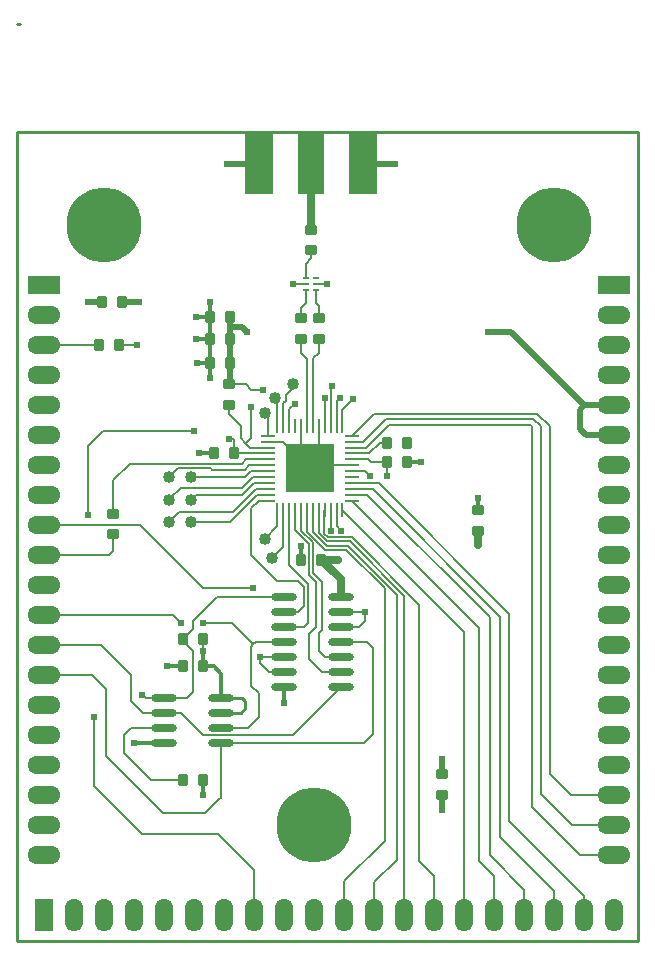
<source format=gtl>
G04 Layer_Physical_Order=1*
G04 Layer_Color=255*
%FSLAX25Y25*%
%MOIN*%
G70*
G01*
G75*
G04:AMPARAMS|DCode=10|XSize=39.37mil|YSize=35.43mil|CornerRadius=4.43mil|HoleSize=0mil|Usage=FLASHONLY|Rotation=270.000|XOffset=0mil|YOffset=0mil|HoleType=Round|Shape=RoundedRectangle|*
%AMROUNDEDRECTD10*
21,1,0.03937,0.02658,0,0,270.0*
21,1,0.03051,0.03543,0,0,270.0*
1,1,0.00886,-0.01329,-0.01526*
1,1,0.00886,-0.01329,0.01526*
1,1,0.00886,0.01329,0.01526*
1,1,0.00886,0.01329,-0.01526*
%
%ADD10ROUNDEDRECTD10*%
G04:AMPARAMS|DCode=11|XSize=39.37mil|YSize=35.43mil|CornerRadius=4.43mil|HoleSize=0mil|Usage=FLASHONLY|Rotation=0.000|XOffset=0mil|YOffset=0mil|HoleType=Round|Shape=RoundedRectangle|*
%AMROUNDEDRECTD11*
21,1,0.03937,0.02658,0,0,0.0*
21,1,0.03051,0.03543,0,0,0.0*
1,1,0.00886,0.01526,-0.01329*
1,1,0.00886,-0.01526,-0.01329*
1,1,0.00886,-0.01526,0.01329*
1,1,0.00886,0.01526,0.01329*
%
%ADD11ROUNDEDRECTD11*%
%ADD12R,0.16142X0.16142*%
%ADD13O,0.04724X0.00984*%
%ADD14O,0.00984X0.04724*%
%ADD15O,0.08661X0.02362*%
%ADD16R,0.09508X0.20000*%
%ADD17R,0.09016X0.20000*%
%ADD18R,0.02165X0.00984*%
%ADD19C,0.00800*%
%ADD20C,0.00600*%
%ADD21C,0.01200*%
%ADD22C,0.01000*%
%ADD23C,0.02500*%
%ADD24C,0.02000*%
%ADD25C,0.00700*%
%ADD26C,0.25000*%
%ADD27O,0.11000X0.06000*%
%ADD28R,0.11000X0.06000*%
%ADD29O,0.06000X0.11000*%
%ADD30R,0.06000X0.11000*%
%ADD31C,0.02400*%
%ADD32C,0.04000*%
%ADD33C,0.02362*%
D10*
X161346Y201000D02*
D03*
X154654D02*
D03*
X200847Y227500D02*
D03*
X194153D02*
D03*
X161346Y154000D02*
D03*
X154654D02*
D03*
X222654Y260000D02*
D03*
X229346D02*
D03*
X171846Y263000D02*
D03*
X165154D02*
D03*
X222654Y266500D02*
D03*
X229346D02*
D03*
X134346Y313500D02*
D03*
X127654D02*
D03*
X163654Y308500D02*
D03*
X170346D02*
D03*
X163654Y301000D02*
D03*
X170346D02*
D03*
X163654Y293000D02*
D03*
X170347D02*
D03*
X133346Y299000D02*
D03*
X126654D02*
D03*
X154654Y192000D02*
D03*
X161346D02*
D03*
D11*
X131500Y242693D02*
D03*
Y236000D02*
D03*
X253000Y237154D02*
D03*
Y243847D02*
D03*
X197500Y337346D02*
D03*
Y330654D02*
D03*
X200000Y307846D02*
D03*
Y301154D02*
D03*
X194000Y307846D02*
D03*
Y301154D02*
D03*
X241000Y149154D02*
D03*
Y155846D02*
D03*
X170000Y279154D02*
D03*
Y285846D02*
D03*
D12*
X197110Y257925D02*
D03*
D13*
X211185Y268752D02*
D03*
Y266783D02*
D03*
Y264815D02*
D03*
Y262846D02*
D03*
Y260878D02*
D03*
Y258910D02*
D03*
Y256941D02*
D03*
Y254972D02*
D03*
Y253004D02*
D03*
Y251035D02*
D03*
Y249067D02*
D03*
Y247098D02*
D03*
X183035D02*
D03*
Y249067D02*
D03*
Y251035D02*
D03*
Y253004D02*
D03*
Y254972D02*
D03*
Y256941D02*
D03*
Y258910D02*
D03*
Y260878D02*
D03*
Y262846D02*
D03*
Y264815D02*
D03*
Y266783D02*
D03*
Y268752D02*
D03*
D14*
X207937Y243850D02*
D03*
X205968D02*
D03*
X204000D02*
D03*
X202031D02*
D03*
X200063D02*
D03*
X198094D02*
D03*
X196126D02*
D03*
X194158D02*
D03*
X192189D02*
D03*
X190220D02*
D03*
X188252D02*
D03*
X186284D02*
D03*
Y272000D02*
D03*
X188252D02*
D03*
X190220D02*
D03*
X192189D02*
D03*
X194158D02*
D03*
X196126D02*
D03*
X198094D02*
D03*
X200063D02*
D03*
X202031D02*
D03*
X204000D02*
D03*
X205968D02*
D03*
X207937D02*
D03*
D15*
X188551Y215000D02*
D03*
Y210000D02*
D03*
Y205000D02*
D03*
Y200000D02*
D03*
Y195000D02*
D03*
Y190000D02*
D03*
Y185000D02*
D03*
X207449Y215000D02*
D03*
Y210000D02*
D03*
Y205000D02*
D03*
Y200000D02*
D03*
Y195000D02*
D03*
Y190000D02*
D03*
Y185000D02*
D03*
X167449Y166500D02*
D03*
Y171500D02*
D03*
Y176500D02*
D03*
Y181500D02*
D03*
X148551Y166500D02*
D03*
Y171500D02*
D03*
Y176500D02*
D03*
Y181500D02*
D03*
D16*
X180246Y359500D02*
D03*
X214754D02*
D03*
D17*
X197500D02*
D03*
D18*
X199000Y321437D02*
D03*
Y319469D02*
D03*
Y317500D02*
D03*
X195654Y321437D02*
D03*
Y319469D02*
D03*
Y317500D02*
D03*
D19*
X158000Y183500D02*
Y197000D01*
X154654Y200346D02*
X158000Y197000D01*
X154654Y200346D02*
Y201000D01*
X158000Y204346D01*
Y207000D01*
X161346Y196846D02*
X161346Y196846D01*
Y201000D01*
X195000Y212000D02*
Y218500D01*
X193000Y210000D02*
X195000Y212000D01*
X188551Y210000D02*
X193000D01*
X142500Y181500D02*
X148551D01*
X141500Y182500D02*
X142500Y181500D01*
X141000Y182500D02*
X141500D01*
X144000Y154000D02*
X154654D01*
X135000Y163000D02*
X144000Y154000D01*
X135000Y163000D02*
Y169000D01*
X137500Y171500D01*
X148551D01*
X124500Y189000D02*
X129000Y184500D01*
Y162000D02*
Y184500D01*
Y162000D02*
X148000Y143000D01*
X162000D01*
X167449Y148000D02*
Y166500D01*
X167000Y148000D02*
X167449D01*
X162000Y143000D02*
X167000Y148000D01*
X167449Y166500D02*
X215000D01*
X207449Y200000D02*
X216000D01*
X215000Y166500D02*
X218000Y169500D01*
Y198000D01*
X216000Y200000D02*
X218000Y198000D01*
X199276Y260090D02*
X203606D01*
X197110Y257925D02*
X199276Y260090D01*
X200063Y260878D01*
X194158Y260878D02*
X197110Y257925D01*
X171846Y263000D02*
X172000Y262846D01*
X180500Y195000D02*
X188551D01*
X183500Y190000D02*
X188551D01*
X180500Y193000D02*
X183500Y190000D01*
X180500Y193000D02*
Y195000D01*
X176500Y171500D02*
X180000Y175000D01*
X167449Y171500D02*
X176500D01*
X161500Y169000D02*
X191449D01*
X180000Y175000D02*
Y183000D01*
X177500Y185500D02*
X180000Y183000D01*
X148551Y176500D02*
X154000D01*
X161500Y169000D01*
X137500Y180500D02*
X141500Y176500D01*
X148551D01*
X177500Y185500D02*
Y198500D01*
X179000Y200000D02*
X188551D01*
X148551Y181500D02*
X156000D01*
X177185Y264815D02*
X183035D01*
X172000Y262846D02*
X183035D01*
X215500Y207000D02*
Y210000D01*
X203606Y260090D02*
X204787Y258910D01*
X211185D01*
X198094Y294595D02*
X200000Y296500D01*
Y301154D01*
X194000Y296500D02*
X196126Y294374D01*
X194000Y296500D02*
Y301154D01*
X175593Y266407D02*
X175908D01*
X177500Y268000D01*
X174000D02*
X175593Y266407D01*
X177185Y264815D01*
X175654Y285846D02*
X177500Y284000D01*
X156000Y181500D02*
X158000Y183500D01*
Y207000D02*
X166000Y215000D01*
X161500Y206500D02*
X171000D01*
X178250Y199250D01*
X177500Y198500D02*
X178250Y199250D01*
X179000Y200000D01*
X166000Y215000D02*
X188551D01*
X170000Y285846D02*
X175654D01*
X183035Y266783D02*
X188252D01*
X133346Y299000D02*
X139500D01*
X211185Y256941D02*
X215559D01*
X217000Y255500D01*
X207449Y210000D02*
X215500D01*
X191449Y169000D02*
X207449Y185000D01*
Y205000D02*
X213500D01*
X215500Y207000D01*
X211185Y260878D02*
X216622D01*
X188252Y266783D02*
X194158Y260878D01*
X177500Y268000D02*
Y278500D01*
X194158Y260878D02*
Y272000D01*
X200063Y260878D02*
Y272000D01*
X216622Y260878D02*
X217500Y260000D01*
X222654D01*
X177972Y254972D02*
X183035D01*
X179504Y253004D02*
X183035D01*
X177500Y229000D02*
Y244520D01*
X180078Y247098D01*
X183035D01*
X164000Y258000D02*
X164500Y257500D01*
X153000Y258000D02*
X164000D01*
X150000Y255000D02*
X151131Y256131D01*
X150000Y255000D02*
X153000Y258000D01*
X176500Y253500D02*
X177972Y254972D01*
X150500Y248000D02*
X154000Y251500D01*
X179500Y253000D02*
X179504Y253004D01*
X157500Y247500D02*
X159000Y249000D01*
X137000Y259500D02*
X174500D01*
X175878Y260878D01*
X183035D01*
X164500Y257500D02*
X175500D01*
X176909Y258910D01*
X183035D01*
X157500Y255000D02*
X175500D01*
X177441Y256941D01*
X183035D01*
X154000Y251500D02*
X174500D01*
X176500Y253500D01*
X159000Y249000D02*
X174500D01*
X178500Y253000D01*
X179500D01*
X179035Y251035D02*
X183035D01*
X171500Y243500D02*
X179035Y251035D01*
X153500Y243500D02*
X171500D01*
X179567Y249067D02*
X183035D01*
X170500Y240000D02*
X179567Y249067D01*
X160500Y240000D02*
X170500D01*
X158500D02*
X160500D01*
X150000D02*
X153500Y243500D01*
X186284Y238784D02*
Y243850D01*
X182000Y234500D02*
X186284Y238784D01*
X177500Y229000D02*
X186000Y220500D01*
X193000D01*
X195000Y218500D01*
X188252Y231752D02*
Y243850D01*
X184500Y228000D02*
X188252Y231752D01*
Y272000D02*
Y279752D01*
X189000Y280500D01*
X186284Y272000D02*
Y279716D01*
X185000Y281000D02*
X186284Y279716D01*
X185000Y281000D02*
X185500Y281500D01*
X183035Y268752D02*
Y275465D01*
X182000Y276500D02*
X183035Y275465D01*
X171846Y263000D02*
Y267653D01*
X170153D02*
X171846D01*
X222654Y255346D02*
Y260000D01*
X108500Y229000D02*
X130000D01*
X189000Y282500D02*
X192000Y285500D01*
X189000Y280500D02*
Y282500D01*
X108500Y239000D02*
X140500D01*
X108500Y299000D02*
X126654D01*
X174000Y268000D02*
Y272000D01*
X170000Y276000D02*
Y279154D01*
Y276000D02*
X174000Y272000D01*
X177500Y284000D02*
X181500D01*
X198094Y272000D02*
Y294595D01*
X196126Y272000D02*
Y294374D01*
X151500Y209000D02*
X154000Y206500D01*
X108500Y209000D02*
X151500D01*
X137500Y180500D02*
Y189000D01*
X108500Y199000D02*
X127500D01*
X137500Y189000D01*
X108500D02*
X124500D01*
X161500Y218000D02*
X178000D01*
X140500Y239000D02*
X161500Y218000D01*
X130000Y229000D02*
X131500Y230500D01*
Y234500D01*
X133000Y236000D01*
X131500Y244193D02*
X133000Y242693D01*
X131500Y244193D02*
Y254000D01*
X137000Y259500D01*
D20*
X201000Y204000D02*
Y220000D01*
X198000Y223000D02*
X201000Y220000D01*
X198000Y223000D02*
Y224742D01*
X196500Y206500D02*
Y219500D01*
X190220Y225780D02*
X196500Y219500D01*
X190220Y225780D02*
Y243850D01*
X195000Y205000D02*
X196500Y206500D01*
X188551Y205000D02*
X195000D01*
X199000D02*
Y220000D01*
X196672Y202672D02*
X199000Y205000D01*
X196672Y194328D02*
Y202672D01*
X200000Y203000D02*
X201000Y204000D01*
X200000Y197000D02*
Y203000D01*
X196800Y222200D02*
X199000Y220000D01*
X200000Y197000D02*
X202000Y195000D01*
X260500Y135000D02*
Y208500D01*
X217965Y251035D02*
X260500Y208500D01*
X211185Y251035D02*
X217965D01*
X263500Y140500D02*
Y209500D01*
X219996Y253004D02*
X263500Y209500D01*
X211185Y253004D02*
X219996D01*
X223500Y272500D02*
X270500D01*
X215815Y264815D02*
X223500Y272500D01*
X211185Y264815D02*
X215815D01*
X271000Y145000D02*
Y272000D01*
X270500Y272500D02*
X271000Y272000D01*
X274000Y149500D02*
Y272000D01*
X271500Y274500D02*
X274000Y272000D01*
X222500Y274500D02*
X271500D01*
X277000Y156000D02*
Y272000D01*
X272933Y276067D02*
X277000Y272000D01*
X218500Y276067D02*
X272933D01*
X277000Y156000D02*
X284000Y149000D01*
X271000Y145000D02*
X287000Y129000D01*
X209200Y230800D02*
X222000Y218000D01*
X208500Y120197D02*
X222000Y133697D01*
Y218000D01*
X199000Y319469D02*
X202795D01*
X191469D02*
X195654D01*
Y313154D02*
Y317500D01*
X194000Y311500D02*
X195654Y313154D01*
X194000Y307846D02*
Y311500D01*
X199000Y313000D02*
Y317500D01*
Y313000D02*
X200000Y312000D01*
Y307846D02*
Y312000D01*
X195654Y321437D02*
Y326154D01*
X197500Y328000D01*
Y332154D01*
X207937Y272000D02*
Y277437D01*
X211500Y281000D01*
X205968Y272000D02*
Y280469D01*
X207000Y281500D01*
X204000Y285000D02*
X204500Y285500D01*
X202031Y272000D02*
Y281469D01*
X202000Y281500D02*
X202031Y281469D01*
X204000Y282470D02*
X204100Y282370D01*
X204000Y282470D02*
Y285000D01*
Y272000D02*
X204100Y272100D01*
Y282370D01*
X205968Y238531D02*
Y243850D01*
X201000Y190000D02*
X207449D01*
X196672Y194328D02*
X201000Y190000D01*
X196800Y225239D02*
X196825Y225265D01*
X196800Y222200D02*
Y225239D01*
X198000Y224742D02*
X198025Y224768D01*
X204000Y237000D02*
Y243850D01*
X205968Y238531D02*
X207500Y237000D01*
X198025Y224768D02*
Y233217D01*
X196825Y225265D02*
Y232720D01*
X192189Y237356D02*
X196825Y232720D01*
X194158Y237085D02*
X198025Y233217D01*
X198094Y236542D02*
Y243850D01*
X196126Y236813D02*
Y243850D01*
X194158Y237085D02*
Y243850D01*
X192189Y237356D02*
Y243850D01*
X200063Y236270D02*
Y243850D01*
X201900Y243719D02*
X202031Y243850D01*
X201900Y236130D02*
Y243719D01*
X202000Y195000D02*
X207449D01*
X248500Y109000D02*
Y203287D01*
X253500Y127000D02*
Y204784D01*
Y127000D02*
X258500Y122000D01*
Y109000D02*
Y122000D01*
X211185Y247098D02*
X253500Y204784D01*
X278500Y109000D02*
Y117000D01*
X211185Y249067D02*
X216236D01*
X257000Y208303D01*
X288500Y109000D02*
Y115500D01*
X284000Y149000D02*
X298500D01*
X274000Y149500D02*
X284500Y139000D01*
X298500D01*
X211185Y266783D02*
X214784D01*
X211185Y268752D02*
X218500Y276067D01*
X214784Y266783D02*
X222500Y274500D01*
X257000Y129000D02*
Y208303D01*
Y129000D02*
X268500Y117500D01*
Y109000D02*
Y117500D01*
X260500Y135000D02*
X278500Y117000D01*
X263500Y140500D02*
X288500Y115500D01*
X287000Y129000D02*
X298500D01*
X211185Y262846D02*
X216846D01*
X220500Y266500D01*
X222654D01*
X207937Y243850D02*
X248500Y203287D01*
X201900Y236130D02*
X203130Y234900D01*
X211100D01*
X200063Y236270D02*
X202633Y233700D01*
X210300D01*
X198094Y236542D02*
X202636Y232000D01*
X209697D01*
X202139Y230800D02*
X209200D01*
X196126Y236813D02*
X202139Y230800D01*
X208500Y109000D02*
Y120197D01*
X218500Y109000D02*
Y120000D01*
X228500Y109000D02*
Y215500D01*
X210300Y233700D02*
X228500Y215500D01*
X211100Y234900D02*
X233500Y212500D01*
Y127000D02*
Y212500D01*
Y127000D02*
X238500Y122000D01*
Y109000D02*
Y122000D01*
X218500Y120000D02*
X226000Y127500D01*
Y215697D01*
X209697Y232000D02*
X226000Y215697D01*
D21*
X160000Y263000D02*
X165154D01*
X138500Y166500D02*
X148551D01*
X167449Y181500D02*
X167500Y181551D01*
X188551Y179551D02*
Y185000D01*
X149500Y192000D02*
X154654D01*
X167500Y181551D02*
Y189500D01*
X165000Y192000D02*
X167500Y189500D01*
X161346Y192000D02*
X165000D01*
X194153Y227500D02*
Y232154D01*
X229346Y260000D02*
X234000D01*
X253000Y243847D02*
Y248000D01*
X161346Y192000D02*
Y196846D01*
X161346Y148846D02*
Y154000D01*
X159000Y308500D02*
X163654D01*
X159000Y301000D02*
X163654D01*
X159500Y293000D02*
X163654D01*
Y308500D02*
Y313346D01*
Y288154D02*
Y293000D01*
Y308500D01*
D22*
X167449Y176500D02*
X174000D01*
X175500Y178000D01*
Y180500D01*
X174500Y181500D02*
X175500Y180500D01*
X167449Y181500D02*
X174500D01*
X99500Y406000D02*
X100500D01*
X136500Y370000D02*
X306500D01*
Y362500D02*
Y370000D01*
X99500Y100500D02*
Y362500D01*
X306500Y100500D02*
Y362500D01*
X99500Y100500D02*
X306500D01*
X99500Y370000D02*
X136500D01*
X99500Y362500D02*
Y370000D01*
D23*
X253000Y232500D02*
Y237154D01*
X197500Y338846D02*
Y359500D01*
X200847Y227500D02*
X206500D01*
X207449Y215000D02*
Y220898D01*
X200847Y227500D02*
X207449Y220898D01*
D24*
X170000Y285846D02*
X170346Y286193D01*
X123000Y313500D02*
X127654D01*
X134346D02*
X140000D01*
X241000Y144000D02*
Y149154D01*
Y155846D02*
Y161000D01*
X289000Y269000D02*
X298500D01*
X287000Y271000D02*
X289000Y269000D01*
X287000Y271000D02*
Y277500D01*
X288500Y279000D01*
X298500D01*
X264000Y303500D02*
X288500Y279000D01*
X256500Y303500D02*
X264000D01*
X170346Y305000D02*
X174500D01*
X176000Y303500D01*
X170346Y286193D02*
Y305000D01*
Y308500D01*
X169500Y359500D02*
X180246D01*
X214754D02*
X225500D01*
D25*
X190220Y272000D02*
Y277720D01*
X192000Y279500D01*
X123000Y265500D02*
X128000Y270500D01*
X158500D01*
X123000Y242500D02*
Y265500D01*
X178500Y109000D02*
Y124000D01*
X166500Y136000D02*
X178500Y124000D01*
X141000Y136000D02*
X166500D01*
X125000Y152000D02*
X141000Y136000D01*
X125000Y152000D02*
Y175000D01*
D26*
X278500Y339000D02*
D03*
X128500D02*
D03*
X198500Y139000D02*
D03*
D27*
X298500Y129000D02*
D03*
Y139000D02*
D03*
Y149000D02*
D03*
Y159000D02*
D03*
Y169000D02*
D03*
Y179000D02*
D03*
Y189000D02*
D03*
Y199000D02*
D03*
Y209000D02*
D03*
Y219000D02*
D03*
Y229000D02*
D03*
Y239000D02*
D03*
Y249000D02*
D03*
Y259000D02*
D03*
Y269000D02*
D03*
Y279000D02*
D03*
Y289000D02*
D03*
Y299000D02*
D03*
Y309000D02*
D03*
X108500Y129000D02*
D03*
Y139000D02*
D03*
Y149000D02*
D03*
Y159000D02*
D03*
Y169000D02*
D03*
Y179000D02*
D03*
Y189000D02*
D03*
Y199000D02*
D03*
Y209000D02*
D03*
Y219000D02*
D03*
Y229000D02*
D03*
Y239000D02*
D03*
Y249000D02*
D03*
Y259000D02*
D03*
Y269000D02*
D03*
Y279000D02*
D03*
Y289000D02*
D03*
Y299000D02*
D03*
Y309000D02*
D03*
D28*
X298500Y319000D02*
D03*
X108500D02*
D03*
D29*
X298500Y109000D02*
D03*
X288500D02*
D03*
X278500D02*
D03*
X268500D02*
D03*
X258500D02*
D03*
X248500D02*
D03*
X238500D02*
D03*
X228500D02*
D03*
X218500D02*
D03*
X208500D02*
D03*
X198500D02*
D03*
X188500D02*
D03*
X178500D02*
D03*
X168500D02*
D03*
X158500D02*
D03*
X148500D02*
D03*
X138500D02*
D03*
X128500D02*
D03*
X118500D02*
D03*
D30*
X108500D02*
D03*
D31*
X202795Y319469D02*
D03*
X160000Y263000D02*
D03*
X138500Y166500D02*
D03*
X149500Y192000D02*
D03*
X188551Y179551D02*
D03*
X215500Y210000D02*
D03*
X180500Y195000D02*
D03*
X194153Y232154D02*
D03*
X234000Y260000D02*
D03*
X253000Y248000D02*
D03*
Y232500D02*
D03*
X161346Y196846D02*
D03*
X161346Y148846D02*
D03*
X159000Y308500D02*
D03*
X159000Y301000D02*
D03*
X159500Y293000D02*
D03*
X163654Y313346D02*
D03*
Y288154D02*
D03*
X191469Y319469D02*
D03*
X211500Y281000D02*
D03*
X207000Y281500D02*
D03*
X204500Y285500D02*
D03*
X202000Y281500D02*
D03*
X154000Y206500D02*
D03*
X161500D02*
D03*
X139500Y299000D02*
D03*
X217000Y255500D02*
D03*
X206500Y227500D02*
D03*
X204000Y237000D02*
D03*
X207500D02*
D03*
X177500Y278500D02*
D03*
X170153Y267653D02*
D03*
X222654Y255346D02*
D03*
X192000Y279500D02*
D03*
X123000Y242500D02*
D03*
X181500Y284000D02*
D03*
X158500Y270500D02*
D03*
X141000Y182500D02*
D03*
X125000Y175000D02*
D03*
X178000Y218000D02*
D03*
X123000Y313500D02*
D03*
X140000D02*
D03*
X241000Y144000D02*
D03*
Y161000D02*
D03*
X256500Y303500D02*
D03*
X176000D02*
D03*
X169500Y359500D02*
D03*
X225500D02*
D03*
D32*
X157500Y240000D02*
D03*
Y247500D02*
D03*
Y255000D02*
D03*
X150000D02*
D03*
Y247500D02*
D03*
Y240000D02*
D03*
X182000Y234500D02*
D03*
X184500Y228000D02*
D03*
X185500Y281500D02*
D03*
X182000Y276500D02*
D03*
X191500Y286000D02*
D03*
D33*
X190614Y251429D02*
D03*
Y255760D02*
D03*
X194945Y251429D02*
D03*
Y255760D02*
D03*
Y264421D02*
D03*
X199276Y251429D02*
D03*
Y255760D02*
D03*
Y260090D02*
D03*
Y264421D02*
D03*
X203606Y251429D02*
D03*
Y255760D02*
D03*
Y260090D02*
D03*
Y264421D02*
D03*
X190614Y260090D02*
D03*
X194945D02*
D03*
X190614Y264421D02*
D03*
M02*

</source>
